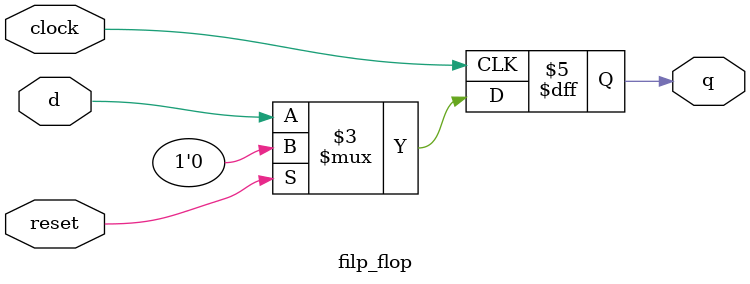
<source format=v>
module lab4part4(SW,KEY,LEDR);
input [9:0]SW;
input [3:0]KEY;
output [7:0] LEDR;
rotating_register u0(KEY[0],SW[9],KEY[1],KEY[2],KEY[3],SW[7:0],LEDR[7:0]);

endmodule

module rotating_register(clock,reset,Loadn,Roright,ASright,DATA_IN,Q);
input clock,reset,Loadn,Roright,ASright;
input [7:0]DATA_IN;
output [7:0] Q;
wire [7:0]D;
wire [7:0]outRorL;
wire wforASright;
wire intoShift7;
assign wforASright=Q[7];
	mux asrightmux(wforASright,Q[0],ASright,intoShift7);
	mux shift7(intoShift7,Q[6],Roright,outRorL[7]);
	mux load7(outRorL[7],DATA_IN[7],Loadn,D[7]);
	filp_flop FF7(D[7],Q[7],clock,reset);//No7 subcircuit d
	
	mux shift6(Q[7],Q[5],Roright,outRorL[6]);
	mux load6(outRorL[6],DATA_IN[6],Loadn,D[6]);
	filp_flop FF6(D[6],Q[6],clock,reset);//No6 subcircuit d
	
	mux shift5(Q[6],Q[4],Roright,outRorL[5]);
	mux load5(outRorL[5],DATA_IN[5],Loadn,D[5]);
	filp_flop FF5(D[5],Q[5],clock,reset);//No5 subcircuit
	
	mux shift4(Q[5],Q[3],Roright,outRorL[4]);
	mux load4(outRorL[4],DATA_IN[4],Loadn,D[4]);
	filp_flop FF4(D[4],Q[4],clock,reset);//No4 subcircuit
	
	mux shift3(Q[4],Q[2],Roright,outRorL[3]);
	mux load3(outRorL[3],DATA_IN[3],Loadn,D[3]);
	filp_flop FF3(D[3],Q[3],clock,reset);//No3 subcircuit
	
	mux shift2(Q[3],Q[1],Roright,outRorL[2]);
	mux load2(outRorL[2],DATA_IN[2],Loadn,D[2]);
	filp_flop FF2(D[2],Q[2],clock,reset);//No2 subcircuit
	
	mux shift1(Q[2],Q[0],Roright,outRorL[1]);
	mux load1(outRorL[1],DATA_IN[1],Loadn,D[1]);
	filp_flop FF1(D[1],Q[1],clock,reset);//No1 subcircuit
	
	mux shift0(Q[1],Q[7],Roright,outRorL[0]);
	mux load0(outRorL[0],DATA_IN[0],Loadn,D[0]);
	filp_flop FF0(D[0],Q[0],clock,reset);//No0 subcircuit
	
	
endmodule

module mux(x,y,s,m);
input x,y,s;
output m;
assign m=x&s|~s&y;
endmodule

module filp_flop(d,q,clock,reset);
input d,clock,reset;
output reg q;
always@(posedge clock)
	begin
	if(reset)
		q<=0;
	else
		q<=d;
	end
endmodule

</source>
